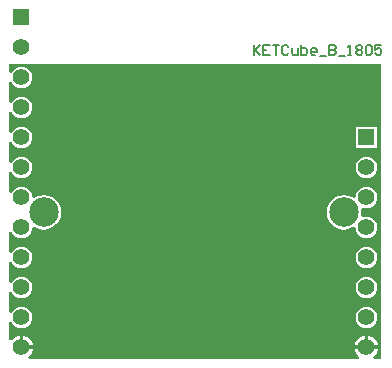
<source format=gbr>
%TF.GenerationSoftware,Altium Limited,Altium Designer,18.1.6 (161)*%
G04 Layer_Physical_Order=1*
G04 Layer_Color=255*
%FSLAX26Y26*%
%MOIN*%
%TF.FileFunction,Copper,L1,Top,Signal*%
%TF.Part,Single*%
G01*
G75*
%TA.AperFunction,SMDPad,CuDef*%
%ADD10R,0.156000X0.156000*%
%TA.AperFunction,NonConductor*%
%ADD11C,0.007874*%
%TA.AperFunction,ComponentPad*%
%ADD12C,0.098425*%
%ADD13C,0.055000*%
%ADD14R,0.055000X0.055000*%
G36*
X1249808Y10035D02*
X1225633D01*
X1222917Y18035D01*
X1228037Y21963D01*
X1234338Y30175D01*
X1238299Y39738D01*
X1238873Y44094D01*
X1200000D01*
X1161127D01*
X1161701Y39738D01*
X1165662Y30175D01*
X1171963Y21963D01*
X1177083Y18035D01*
X1174367Y10035D01*
X75637Y10035D01*
X72921Y18035D01*
X78038Y21962D01*
X84340Y30173D01*
X88301Y39736D01*
X88874Y44093D01*
X50002D01*
Y49998D01*
X44096D01*
Y88871D01*
X39739Y88298D01*
X30177Y84337D01*
X21965Y78035D01*
X18035Y72914D01*
X10035Y75629D01*
Y133145D01*
X18035Y134736D01*
X19102Y132159D01*
X24773Y124769D01*
X32162Y119099D01*
X40767Y115535D01*
X50002Y114319D01*
X59236Y115535D01*
X67841Y119099D01*
X75231Y124769D01*
X80901Y132159D01*
X84465Y140764D01*
X85681Y149998D01*
X84465Y159233D01*
X80901Y167838D01*
X75231Y175227D01*
X67841Y180898D01*
X59236Y184462D01*
X50002Y185678D01*
X40767Y184462D01*
X32162Y180898D01*
X24773Y175227D01*
X19102Y167838D01*
X18035Y165260D01*
X10035Y166852D01*
Y233141D01*
X18035Y234732D01*
X19099Y232162D01*
X24769Y224773D01*
X32159Y219102D01*
X40764Y215538D01*
X49998Y214322D01*
X59233Y215538D01*
X67838Y219102D01*
X75227Y224773D01*
X80897Y232162D01*
X84462Y240767D01*
X85678Y250002D01*
X84462Y259236D01*
X80897Y267841D01*
X75227Y275231D01*
X67838Y280901D01*
X59233Y284465D01*
X49998Y285681D01*
X40764Y284465D01*
X32159Y280901D01*
X24769Y275231D01*
X19099Y267841D01*
X18035Y265271D01*
X10035Y266863D01*
Y333140D01*
X18035Y334732D01*
X19099Y332162D01*
X24769Y324773D01*
X32159Y319103D01*
X40764Y315538D01*
X49998Y314322D01*
X59233Y315538D01*
X67838Y319103D01*
X75227Y324773D01*
X80897Y332162D01*
X84462Y340767D01*
X85678Y350002D01*
X84462Y359236D01*
X80897Y367841D01*
X75227Y375231D01*
X67838Y380901D01*
X59233Y384465D01*
X49998Y385681D01*
X40764Y384465D01*
X32159Y380901D01*
X24769Y375231D01*
X19099Y367841D01*
X18035Y365271D01*
X10035Y366863D01*
Y433140D01*
X18035Y434732D01*
X19099Y432162D01*
X24769Y424773D01*
X32159Y419103D01*
X40764Y415538D01*
X49998Y414322D01*
X59233Y415538D01*
X67838Y419103D01*
X75227Y424773D01*
X80897Y432162D01*
X84462Y440767D01*
X85454Y448305D01*
X92539Y452952D01*
X96210Y450135D01*
X110097Y444383D01*
X125000Y442421D01*
X139903Y444383D01*
X153790Y450135D01*
X165715Y459285D01*
X174865Y471210D01*
X180617Y485097D01*
X182579Y500000D01*
X180617Y514903D01*
X174865Y528790D01*
X165715Y540715D01*
X153790Y549865D01*
X139903Y555617D01*
X125000Y557579D01*
X110097Y555617D01*
X96210Y549865D01*
X92538Y547047D01*
X85455Y551696D01*
X84462Y559236D01*
X80897Y567841D01*
X75227Y575231D01*
X67838Y580901D01*
X59233Y584465D01*
X49998Y585681D01*
X40764Y584465D01*
X32159Y580901D01*
X24769Y575231D01*
X19099Y567841D01*
X18035Y565271D01*
X10035Y566863D01*
Y633140D01*
X18035Y634732D01*
X19099Y632162D01*
X24769Y624773D01*
X32159Y619102D01*
X40764Y615538D01*
X49998Y614322D01*
X59233Y615538D01*
X67838Y619102D01*
X75227Y624773D01*
X80897Y632162D01*
X84462Y640767D01*
X85678Y650002D01*
X84462Y659236D01*
X80897Y667841D01*
X75227Y675231D01*
X67838Y680901D01*
X59233Y684465D01*
X49998Y685681D01*
X40764Y684465D01*
X32159Y680901D01*
X24769Y675231D01*
X19099Y667841D01*
X18035Y665271D01*
X10035Y666863D01*
Y733140D01*
X18035Y734732D01*
X19099Y732162D01*
X24769Y724773D01*
X32159Y719102D01*
X40764Y715538D01*
X49998Y714322D01*
X59233Y715538D01*
X67838Y719102D01*
X75227Y724773D01*
X80897Y732162D01*
X84462Y740767D01*
X85678Y750002D01*
X84462Y759236D01*
X80897Y767841D01*
X75227Y775231D01*
X67838Y780901D01*
X59233Y784465D01*
X49998Y785681D01*
X40764Y784465D01*
X32159Y780901D01*
X24769Y775231D01*
X19099Y767841D01*
X18035Y765271D01*
X10035Y766863D01*
Y833140D01*
X18035Y834732D01*
X19099Y832162D01*
X24769Y824773D01*
X32159Y819102D01*
X40764Y815538D01*
X49998Y814322D01*
X59233Y815538D01*
X67838Y819102D01*
X75227Y824773D01*
X80897Y832162D01*
X84462Y840767D01*
X85678Y850002D01*
X84462Y859236D01*
X80897Y867841D01*
X75227Y875231D01*
X67838Y880901D01*
X59233Y884465D01*
X49998Y885681D01*
X40764Y884465D01*
X32159Y880901D01*
X24769Y875231D01*
X19099Y867841D01*
X18035Y865271D01*
X10035Y866863D01*
Y933140D01*
X18035Y934732D01*
X19099Y932162D01*
X24769Y924773D01*
X32159Y919102D01*
X40764Y915538D01*
X49998Y914322D01*
X59233Y915538D01*
X67838Y919102D01*
X75227Y924773D01*
X80897Y932162D01*
X84462Y940767D01*
X85678Y950002D01*
X84462Y959236D01*
X80897Y967841D01*
X75227Y975231D01*
X67838Y980901D01*
X59233Y984465D01*
X49998Y985681D01*
X40764Y984465D01*
X32159Y980901D01*
X24769Y975231D01*
X19099Y967841D01*
X18035Y965271D01*
X10035Y966863D01*
Y994997D01*
X1249808D01*
Y10035D01*
D02*
G37*
%LPC*%
G36*
X1235374Y785374D02*
X1164626D01*
Y714626D01*
X1235374D01*
Y785374D01*
D02*
G37*
G36*
X1200000Y685679D02*
X1190765Y684463D01*
X1182160Y680899D01*
X1174771Y675229D01*
X1169101Y667840D01*
X1165536Y659235D01*
X1164321Y650000D01*
X1165536Y640765D01*
X1169101Y632160D01*
X1174771Y624771D01*
X1182160Y619101D01*
X1190765Y615537D01*
X1200000Y614321D01*
X1209235Y615537D01*
X1217840Y619101D01*
X1225229Y624771D01*
X1230899Y632160D01*
X1234464Y640765D01*
X1235679Y650000D01*
X1234464Y659235D01*
X1230899Y667840D01*
X1225229Y675229D01*
X1217840Y680899D01*
X1209235Y684463D01*
X1200000Y685679D01*
D02*
G37*
G36*
Y585679D02*
X1190765Y584463D01*
X1182160Y580899D01*
X1174771Y575229D01*
X1169101Y567840D01*
X1165536Y559235D01*
X1164544Y551697D01*
X1157460Y547049D01*
X1153790Y549865D01*
X1139903Y555617D01*
X1125000Y557579D01*
X1110097Y555617D01*
X1096210Y549865D01*
X1084285Y540715D01*
X1075135Y528790D01*
X1069383Y514903D01*
X1067421Y500000D01*
X1069383Y485097D01*
X1075135Y471210D01*
X1084285Y459285D01*
X1096210Y450135D01*
X1110097Y444383D01*
X1125000Y442421D01*
X1139903Y444383D01*
X1153790Y450135D01*
X1157460Y452951D01*
X1164544Y448303D01*
X1165536Y440765D01*
X1169101Y432160D01*
X1174771Y424771D01*
X1182160Y419101D01*
X1190765Y415536D01*
X1200000Y414321D01*
X1209235Y415536D01*
X1217840Y419101D01*
X1225229Y424771D01*
X1230899Y432160D01*
X1234464Y440765D01*
X1235679Y450000D01*
X1234464Y459235D01*
X1230899Y467840D01*
X1225229Y475229D01*
X1217840Y480899D01*
X1209235Y484464D01*
X1200000Y485679D01*
X1190765Y484464D01*
X1188163Y483386D01*
X1181149Y489139D01*
X1182579Y500000D01*
X1181149Y510861D01*
X1188163Y516614D01*
X1190765Y515537D01*
X1200000Y514321D01*
X1209235Y515537D01*
X1217840Y519101D01*
X1225229Y524771D01*
X1230899Y532160D01*
X1234464Y540765D01*
X1235679Y550000D01*
X1234464Y559235D01*
X1230899Y567840D01*
X1225229Y575229D01*
X1217840Y580899D01*
X1209235Y584463D01*
X1200000Y585679D01*
D02*
G37*
G36*
Y385679D02*
X1190765Y384464D01*
X1182160Y380899D01*
X1174771Y375229D01*
X1169101Y367840D01*
X1165536Y359235D01*
X1164321Y350000D01*
X1165536Y340765D01*
X1169101Y332160D01*
X1174771Y324771D01*
X1182160Y319101D01*
X1190765Y315536D01*
X1200000Y314321D01*
X1209235Y315536D01*
X1217840Y319101D01*
X1225229Y324771D01*
X1230899Y332160D01*
X1234464Y340765D01*
X1235679Y350000D01*
X1234464Y359235D01*
X1230899Y367840D01*
X1225229Y375229D01*
X1217840Y380899D01*
X1209235Y384464D01*
X1200000Y385679D01*
D02*
G37*
G36*
Y285679D02*
X1190765Y284464D01*
X1182160Y280899D01*
X1174771Y275229D01*
X1169101Y267840D01*
X1165536Y259235D01*
X1164321Y250000D01*
X1165536Y240766D01*
X1169101Y232160D01*
X1174771Y224771D01*
X1182160Y219101D01*
X1190765Y215536D01*
X1200000Y214321D01*
X1209235Y215536D01*
X1217840Y219101D01*
X1225229Y224771D01*
X1230899Y232160D01*
X1234464Y240766D01*
X1235679Y250000D01*
X1234464Y259235D01*
X1230899Y267840D01*
X1225229Y275229D01*
X1217840Y280899D01*
X1209235Y284464D01*
X1200000Y285679D01*
D02*
G37*
G36*
Y185679D02*
X1190765Y184464D01*
X1182160Y180899D01*
X1174771Y175229D01*
X1169101Y167840D01*
X1165536Y159234D01*
X1164321Y150000D01*
X1165536Y140766D01*
X1169101Y132160D01*
X1174771Y124771D01*
X1182160Y119101D01*
X1190765Y115537D01*
X1200000Y114321D01*
X1209235Y115537D01*
X1217840Y119101D01*
X1225229Y124771D01*
X1230899Y132160D01*
X1234464Y140766D01*
X1235679Y150000D01*
X1234464Y159234D01*
X1230899Y167840D01*
X1225229Y175229D01*
X1217840Y180899D01*
X1209235Y184464D01*
X1200000Y185679D01*
D02*
G37*
G36*
X1205906Y88873D02*
Y55906D01*
X1238873D01*
X1238299Y60262D01*
X1234338Y69825D01*
X1228037Y78037D01*
X1219825Y84338D01*
X1210262Y88299D01*
X1205906Y88873D01*
D02*
G37*
G36*
X1194094D02*
X1189738Y88299D01*
X1180175Y84338D01*
X1171963Y78037D01*
X1165662Y69825D01*
X1161701Y60262D01*
X1161127Y55906D01*
X1194094D01*
Y88873D01*
D02*
G37*
G36*
X55907Y88871D02*
Y55904D01*
X88874D01*
X88301Y60261D01*
X84340Y69823D01*
X78038Y78035D01*
X69827Y84337D01*
X60264Y88298D01*
X55907Y88871D01*
D02*
G37*
%LPD*%
D10*
X625000Y500000D02*
D03*
D11*
X825000Y1056486D02*
Y1025000D01*
Y1035495D01*
X845991Y1056486D01*
X830248Y1040743D01*
X845991Y1025000D01*
X877476Y1056486D02*
X856486D01*
Y1025000D01*
X877476D01*
X856486Y1040743D02*
X866981D01*
X887972Y1056486D02*
X908962D01*
X898467D01*
Y1025000D01*
X940448Y1051238D02*
X935201Y1056486D01*
X924705D01*
X919458Y1051238D01*
Y1030248D01*
X924705Y1025000D01*
X935201D01*
X940448Y1030248D01*
X950944Y1045991D02*
Y1030248D01*
X956191Y1025000D01*
X971934D01*
Y1045991D01*
X982429Y1056486D02*
Y1025000D01*
X998173D01*
X1003420Y1030248D01*
Y1035495D01*
Y1040743D01*
X998173Y1045991D01*
X982429D01*
X1029658Y1025000D02*
X1019163D01*
X1013915Y1030248D01*
Y1040743D01*
X1019163Y1045991D01*
X1029658D01*
X1034906Y1040743D01*
Y1035495D01*
X1013915D01*
X1045401Y1019752D02*
X1066392D01*
X1076887Y1056486D02*
Y1025000D01*
X1092630D01*
X1097878Y1030248D01*
Y1035495D01*
X1092630Y1040743D01*
X1076887D01*
X1092630D01*
X1097878Y1045991D01*
Y1051238D01*
X1092630Y1056486D01*
X1076887D01*
X1108373Y1019752D02*
X1129364D01*
X1139859Y1025000D02*
X1150354D01*
X1145107D01*
Y1056486D01*
X1139859Y1051238D01*
X1166097D02*
X1171345Y1056486D01*
X1181840D01*
X1187088Y1051238D01*
Y1045991D01*
X1181840Y1040743D01*
X1187088Y1035495D01*
Y1030248D01*
X1181840Y1025000D01*
X1171345D01*
X1166097Y1030248D01*
Y1035495D01*
X1171345Y1040743D01*
X1166097Y1045991D01*
Y1051238D01*
X1171345Y1040743D02*
X1181840D01*
X1197583Y1051238D02*
X1202831Y1056486D01*
X1213326D01*
X1218574Y1051238D01*
Y1030248D01*
X1213326Y1025000D01*
X1202831D01*
X1197583Y1030248D01*
Y1051238D01*
X1250060Y1056486D02*
X1229069D01*
Y1040743D01*
X1239564Y1045991D01*
X1244812D01*
X1250060Y1040743D01*
Y1030248D01*
X1244812Y1025000D01*
X1234317D01*
X1229069Y1030248D01*
D12*
X125000Y500000D02*
D03*
X1125000D02*
D03*
D13*
X1200000Y350000D02*
D03*
Y450000D02*
D03*
Y550000D02*
D03*
Y650000D02*
D03*
Y250000D02*
D03*
Y150000D02*
D03*
Y50000D02*
D03*
X49998Y250002D02*
D03*
Y350002D02*
D03*
Y450002D02*
D03*
Y550002D02*
D03*
Y650002D02*
D03*
Y1050002D02*
D03*
Y950002D02*
D03*
Y850002D02*
D03*
Y750002D02*
D03*
X50002Y149998D02*
D03*
Y49998D02*
D03*
D14*
X1200000Y750000D02*
D03*
X49998Y1150002D02*
D03*
%TF.MD5,43dd44e3bf0a3503d74ea22069305bf0*%
M02*

</source>
